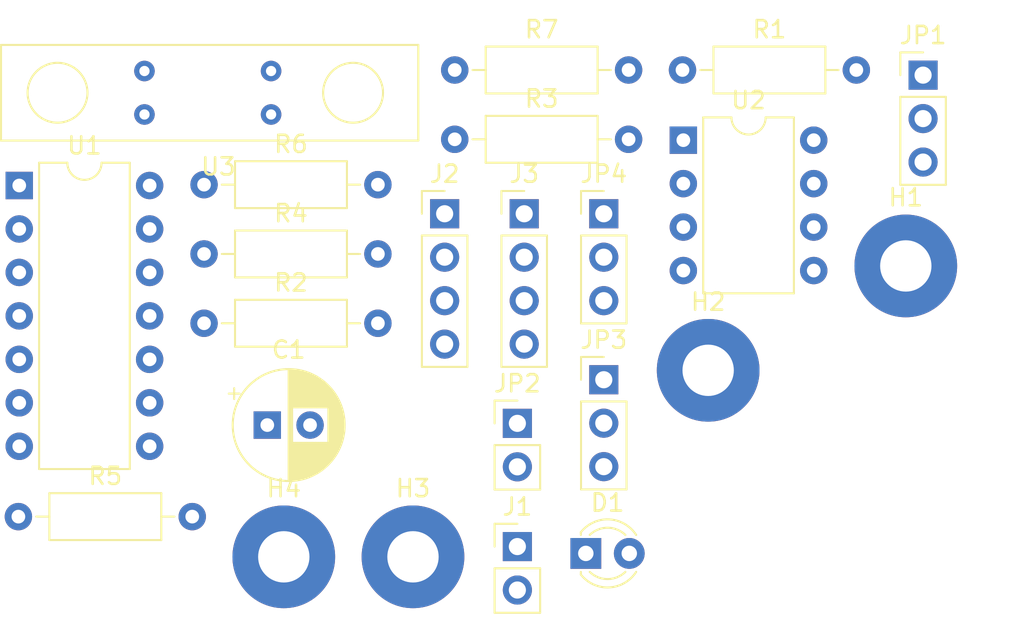
<source format=kicad_pcb>
(kicad_pcb (version 20171130) (host pcbnew 5.1.4-e60b266~84~ubuntu18.04.1)

  (general
    (thickness 1.6)
    (drawings 0)
    (tracks 0)
    (zones 0)
    (modules 23)
    (nets 24)
  )

  (page A4)
  (layers
    (0 F.Cu signal)
    (31 B.Cu signal)
    (32 B.Adhes user)
    (33 F.Adhes user)
    (34 B.Paste user)
    (35 F.Paste user)
    (36 B.SilkS user)
    (37 F.SilkS user)
    (38 B.Mask user)
    (39 F.Mask user)
    (40 Dwgs.User user)
    (41 Cmts.User user)
    (42 Eco1.User user)
    (43 Eco2.User user)
    (44 Edge.Cuts user)
    (45 Margin user)
    (46 B.CrtYd user)
    (47 F.CrtYd user)
    (48 B.Fab user)
    (49 F.Fab user)
  )

  (setup
    (last_trace_width 0.25)
    (trace_clearance 0.2)
    (zone_clearance 0.508)
    (zone_45_only no)
    (trace_min 0.2)
    (via_size 0.8)
    (via_drill 0.4)
    (via_min_size 0.4)
    (via_min_drill 0.3)
    (uvia_size 0.3)
    (uvia_drill 0.1)
    (uvias_allowed no)
    (uvia_min_size 0.2)
    (uvia_min_drill 0.1)
    (edge_width 0.05)
    (segment_width 0.2)
    (pcb_text_width 0.3)
    (pcb_text_size 1.5 1.5)
    (mod_edge_width 0.12)
    (mod_text_size 1 1)
    (mod_text_width 0.15)
    (pad_size 1.524 1.524)
    (pad_drill 0.762)
    (pad_to_mask_clearance 0.051)
    (solder_mask_min_width 0.25)
    (aux_axis_origin 0 0)
    (visible_elements FFFFFF7F)
    (pcbplotparams
      (layerselection 0x010fc_ffffffff)
      (usegerberextensions false)
      (usegerberattributes false)
      (usegerberadvancedattributes false)
      (creategerberjobfile false)
      (excludeedgelayer true)
      (linewidth 0.100000)
      (plotframeref false)
      (viasonmask false)
      (mode 1)
      (useauxorigin false)
      (hpglpennumber 1)
      (hpglpenspeed 20)
      (hpglpendiameter 15.000000)
      (psnegative false)
      (psa4output false)
      (plotreference true)
      (plotvalue true)
      (plotinvisibletext false)
      (padsonsilk false)
      (subtractmaskfromsilk false)
      (outputformat 1)
      (mirror false)
      (drillshape 1)
      (scaleselection 1)
      (outputdirectory ""))
  )

  (net 0 "")
  (net 1 "Net-(C1-Pad1)")
  (net 2 GND)
  (net 3 "Net-(D1-Pad2)")
  (net 4 VCC)
  (net 5 "Net-(J2-Pad1)")
  (net 6 "Net-(J2-Pad2)")
  (net 7 "Net-(J2-Pad3)")
  (net 8 "Net-(J2-Pad4)")
  (net 9 "Net-(J3-Pad4)")
  (net 10 "Net-(J3-Pad3)")
  (net 11 "Net-(J3-Pad2)")
  (net 12 "Net-(J3-Pad1)")
  (net 13 "Net-(JP1-Pad2)")
  (net 14 "Net-(JP1-Pad3)")
  (net 15 "Net-(JP2-Pad1)")
  (net 16 "Net-(JP2-Pad2)")
  (net 17 "Net-(JP3-Pad1)")
  (net 18 "Net-(JP3-Pad2)")
  (net 19 "Net-(JP3-Pad3)")
  (net 20 "Net-(JP4-Pad2)")
  (net 21 "Net-(R2-Pad1)")
  (net 22 "Net-(R4-Pad1)")
  (net 23 "Net-(R5-Pad1)")

  (net_class Default "This is the default net class."
    (clearance 0.2)
    (trace_width 0.25)
    (via_dia 0.8)
    (via_drill 0.4)
    (uvia_dia 0.3)
    (uvia_drill 0.1)
    (add_net GND)
    (add_net "Net-(C1-Pad1)")
    (add_net "Net-(D1-Pad2)")
    (add_net "Net-(J2-Pad1)")
    (add_net "Net-(J2-Pad2)")
    (add_net "Net-(J2-Pad3)")
    (add_net "Net-(J2-Pad4)")
    (add_net "Net-(J3-Pad1)")
    (add_net "Net-(J3-Pad2)")
    (add_net "Net-(J3-Pad3)")
    (add_net "Net-(J3-Pad4)")
    (add_net "Net-(JP1-Pad2)")
    (add_net "Net-(JP1-Pad3)")
    (add_net "Net-(JP2-Pad1)")
    (add_net "Net-(JP2-Pad2)")
    (add_net "Net-(JP3-Pad1)")
    (add_net "Net-(JP3-Pad2)")
    (add_net "Net-(JP3-Pad3)")
    (add_net "Net-(JP4-Pad2)")
    (add_net "Net-(R2-Pad1)")
    (add_net "Net-(R4-Pad1)")
    (add_net "Net-(R5-Pad1)")
    (add_net VCC)
  )

  (module Capacitor_THT:CP_Radial_D6.3mm_P2.50mm (layer F.Cu) (tedit 5AE50EF0) (tstamp 5D98549A)
    (at 97.120242 -21.224999)
    (descr "CP, Radial series, Radial, pin pitch=2.50mm, , diameter=6.3mm, Electrolytic Capacitor")
    (tags "CP Radial series Radial pin pitch 2.50mm  diameter 6.3mm Electrolytic Capacitor")
    (path /5D924896)
    (fp_text reference C1 (at 1.25 -4.4) (layer F.SilkS)
      (effects (font (size 1 1) (thickness 0.15)))
    )
    (fp_text value "100 uF" (at 1.25 4.4) (layer F.Fab)
      (effects (font (size 1 1) (thickness 0.15)))
    )
    (fp_text user %R (at 1.25 0) (layer F.Fab)
      (effects (font (size 1 1) (thickness 0.15)))
    )
    (fp_line (start -1.935241 -2.154) (end -1.935241 -1.524) (layer F.SilkS) (width 0.12))
    (fp_line (start -2.250241 -1.839) (end -1.620241 -1.839) (layer F.SilkS) (width 0.12))
    (fp_line (start 4.491 -0.402) (end 4.491 0.402) (layer F.SilkS) (width 0.12))
    (fp_line (start 4.451 -0.633) (end 4.451 0.633) (layer F.SilkS) (width 0.12))
    (fp_line (start 4.411 -0.802) (end 4.411 0.802) (layer F.SilkS) (width 0.12))
    (fp_line (start 4.371 -0.94) (end 4.371 0.94) (layer F.SilkS) (width 0.12))
    (fp_line (start 4.331 -1.059) (end 4.331 1.059) (layer F.SilkS) (width 0.12))
    (fp_line (start 4.291 -1.165) (end 4.291 1.165) (layer F.SilkS) (width 0.12))
    (fp_line (start 4.251 -1.262) (end 4.251 1.262) (layer F.SilkS) (width 0.12))
    (fp_line (start 4.211 -1.35) (end 4.211 1.35) (layer F.SilkS) (width 0.12))
    (fp_line (start 4.171 -1.432) (end 4.171 1.432) (layer F.SilkS) (width 0.12))
    (fp_line (start 4.131 -1.509) (end 4.131 1.509) (layer F.SilkS) (width 0.12))
    (fp_line (start 4.091 -1.581) (end 4.091 1.581) (layer F.SilkS) (width 0.12))
    (fp_line (start 4.051 -1.65) (end 4.051 1.65) (layer F.SilkS) (width 0.12))
    (fp_line (start 4.011 -1.714) (end 4.011 1.714) (layer F.SilkS) (width 0.12))
    (fp_line (start 3.971 -1.776) (end 3.971 1.776) (layer F.SilkS) (width 0.12))
    (fp_line (start 3.931 -1.834) (end 3.931 1.834) (layer F.SilkS) (width 0.12))
    (fp_line (start 3.891 -1.89) (end 3.891 1.89) (layer F.SilkS) (width 0.12))
    (fp_line (start 3.851 -1.944) (end 3.851 1.944) (layer F.SilkS) (width 0.12))
    (fp_line (start 3.811 -1.995) (end 3.811 1.995) (layer F.SilkS) (width 0.12))
    (fp_line (start 3.771 -2.044) (end 3.771 2.044) (layer F.SilkS) (width 0.12))
    (fp_line (start 3.731 -2.092) (end 3.731 2.092) (layer F.SilkS) (width 0.12))
    (fp_line (start 3.691 -2.137) (end 3.691 2.137) (layer F.SilkS) (width 0.12))
    (fp_line (start 3.651 -2.182) (end 3.651 2.182) (layer F.SilkS) (width 0.12))
    (fp_line (start 3.611 -2.224) (end 3.611 2.224) (layer F.SilkS) (width 0.12))
    (fp_line (start 3.571 -2.265) (end 3.571 2.265) (layer F.SilkS) (width 0.12))
    (fp_line (start 3.531 1.04) (end 3.531 2.305) (layer F.SilkS) (width 0.12))
    (fp_line (start 3.531 -2.305) (end 3.531 -1.04) (layer F.SilkS) (width 0.12))
    (fp_line (start 3.491 1.04) (end 3.491 2.343) (layer F.SilkS) (width 0.12))
    (fp_line (start 3.491 -2.343) (end 3.491 -1.04) (layer F.SilkS) (width 0.12))
    (fp_line (start 3.451 1.04) (end 3.451 2.38) (layer F.SilkS) (width 0.12))
    (fp_line (start 3.451 -2.38) (end 3.451 -1.04) (layer F.SilkS) (width 0.12))
    (fp_line (start 3.411 1.04) (end 3.411 2.416) (layer F.SilkS) (width 0.12))
    (fp_line (start 3.411 -2.416) (end 3.411 -1.04) (layer F.SilkS) (width 0.12))
    (fp_line (start 3.371 1.04) (end 3.371 2.45) (layer F.SilkS) (width 0.12))
    (fp_line (start 3.371 -2.45) (end 3.371 -1.04) (layer F.SilkS) (width 0.12))
    (fp_line (start 3.331 1.04) (end 3.331 2.484) (layer F.SilkS) (width 0.12))
    (fp_line (start 3.331 -2.484) (end 3.331 -1.04) (layer F.SilkS) (width 0.12))
    (fp_line (start 3.291 1.04) (end 3.291 2.516) (layer F.SilkS) (width 0.12))
    (fp_line (start 3.291 -2.516) (end 3.291 -1.04) (layer F.SilkS) (width 0.12))
    (fp_line (start 3.251 1.04) (end 3.251 2.548) (layer F.SilkS) (width 0.12))
    (fp_line (start 3.251 -2.548) (end 3.251 -1.04) (layer F.SilkS) (width 0.12))
    (fp_line (start 3.211 1.04) (end 3.211 2.578) (layer F.SilkS) (width 0.12))
    (fp_line (start 3.211 -2.578) (end 3.211 -1.04) (layer F.SilkS) (width 0.12))
    (fp_line (start 3.171 1.04) (end 3.171 2.607) (layer F.SilkS) (width 0.12))
    (fp_line (start 3.171 -2.607) (end 3.171 -1.04) (layer F.SilkS) (width 0.12))
    (fp_line (start 3.131 1.04) (end 3.131 2.636) (layer F.SilkS) (width 0.12))
    (fp_line (start 3.131 -2.636) (end 3.131 -1.04) (layer F.SilkS) (width 0.12))
    (fp_line (start 3.091 1.04) (end 3.091 2.664) (layer F.SilkS) (width 0.12))
    (fp_line (start 3.091 -2.664) (end 3.091 -1.04) (layer F.SilkS) (width 0.12))
    (fp_line (start 3.051 1.04) (end 3.051 2.69) (layer F.SilkS) (width 0.12))
    (fp_line (start 3.051 -2.69) (end 3.051 -1.04) (layer F.SilkS) (width 0.12))
    (fp_line (start 3.011 1.04) (end 3.011 2.716) (layer F.SilkS) (width 0.12))
    (fp_line (start 3.011 -2.716) (end 3.011 -1.04) (layer F.SilkS) (width 0.12))
    (fp_line (start 2.971 1.04) (end 2.971 2.742) (layer F.SilkS) (width 0.12))
    (fp_line (start 2.971 -2.742) (end 2.971 -1.04) (layer F.SilkS) (width 0.12))
    (fp_line (start 2.931 1.04) (end 2.931 2.766) (layer F.SilkS) (width 0.12))
    (fp_line (start 2.931 -2.766) (end 2.931 -1.04) (layer F.SilkS) (width 0.12))
    (fp_line (start 2.891 1.04) (end 2.891 2.79) (layer F.SilkS) (width 0.12))
    (fp_line (start 2.891 -2.79) (end 2.891 -1.04) (layer F.SilkS) (width 0.12))
    (fp_line (start 2.851 1.04) (end 2.851 2.812) (layer F.SilkS) (width 0.12))
    (fp_line (start 2.851 -2.812) (end 2.851 -1.04) (layer F.SilkS) (width 0.12))
    (fp_line (start 2.811 1.04) (end 2.811 2.834) (layer F.SilkS) (width 0.12))
    (fp_line (start 2.811 -2.834) (end 2.811 -1.04) (layer F.SilkS) (width 0.12))
    (fp_line (start 2.771 1.04) (end 2.771 2.856) (layer F.SilkS) (width 0.12))
    (fp_line (start 2.771 -2.856) (end 2.771 -1.04) (layer F.SilkS) (width 0.12))
    (fp_line (start 2.731 1.04) (end 2.731 2.876) (layer F.SilkS) (width 0.12))
    (fp_line (start 2.731 -2.876) (end 2.731 -1.04) (layer F.SilkS) (width 0.12))
    (fp_line (start 2.691 1.04) (end 2.691 2.896) (layer F.SilkS) (width 0.12))
    (fp_line (start 2.691 -2.896) (end 2.691 -1.04) (layer F.SilkS) (width 0.12))
    (fp_line (start 2.651 1.04) (end 2.651 2.916) (layer F.SilkS) (width 0.12))
    (fp_line (start 2.651 -2.916) (end 2.651 -1.04) (layer F.SilkS) (width 0.12))
    (fp_line (start 2.611 1.04) (end 2.611 2.934) (layer F.SilkS) (width 0.12))
    (fp_line (start 2.611 -2.934) (end 2.611 -1.04) (layer F.SilkS) (width 0.12))
    (fp_line (start 2.571 1.04) (end 2.571 2.952) (layer F.SilkS) (width 0.12))
    (fp_line (start 2.571 -2.952) (end 2.571 -1.04) (layer F.SilkS) (width 0.12))
    (fp_line (start 2.531 1.04) (end 2.531 2.97) (layer F.SilkS) (width 0.12))
    (fp_line (start 2.531 -2.97) (end 2.531 -1.04) (layer F.SilkS) (width 0.12))
    (fp_line (start 2.491 1.04) (end 2.491 2.986) (layer F.SilkS) (width 0.12))
    (fp_line (start 2.491 -2.986) (end 2.491 -1.04) (layer F.SilkS) (width 0.12))
    (fp_line (start 2.451 1.04) (end 2.451 3.002) (layer F.SilkS) (width 0.12))
    (fp_line (start 2.451 -3.002) (end 2.451 -1.04) (layer F.SilkS) (width 0.12))
    (fp_line (start 2.411 1.04) (end 2.411 3.018) (layer F.SilkS) (width 0.12))
    (fp_line (start 2.411 -3.018) (end 2.411 -1.04) (layer F.SilkS) (width 0.12))
    (fp_line (start 2.371 1.04) (end 2.371 3.033) (layer F.SilkS) (width 0.12))
    (fp_line (start 2.371 -3.033) (end 2.371 -1.04) (layer F.SilkS) (width 0.12))
    (fp_line (start 2.331 1.04) (end 2.331 3.047) (layer F.SilkS) (width 0.12))
    (fp_line (start 2.331 -3.047) (end 2.331 -1.04) (layer F.SilkS) (width 0.12))
    (fp_line (start 2.291 1.04) (end 2.291 3.061) (layer F.SilkS) (width 0.12))
    (fp_line (start 2.291 -3.061) (end 2.291 -1.04) (layer F.SilkS) (width 0.12))
    (fp_line (start 2.251 1.04) (end 2.251 3.074) (layer F.SilkS) (width 0.12))
    (fp_line (start 2.251 -3.074) (end 2.251 -1.04) (layer F.SilkS) (width 0.12))
    (fp_line (start 2.211 1.04) (end 2.211 3.086) (layer F.SilkS) (width 0.12))
    (fp_line (start 2.211 -3.086) (end 2.211 -1.04) (layer F.SilkS) (width 0.12))
    (fp_line (start 2.171 1.04) (end 2.171 3.098) (layer F.SilkS) (width 0.12))
    (fp_line (start 2.171 -3.098) (end 2.171 -1.04) (layer F.SilkS) (width 0.12))
    (fp_line (start 2.131 1.04) (end 2.131 3.11) (layer F.SilkS) (width 0.12))
    (fp_line (start 2.131 -3.11) (end 2.131 -1.04) (layer F.SilkS) (width 0.12))
    (fp_line (start 2.091 1.04) (end 2.091 3.121) (layer F.SilkS) (width 0.12))
    (fp_line (start 2.091 -3.121) (end 2.091 -1.04) (layer F.SilkS) (width 0.12))
    (fp_line (start 2.051 1.04) (end 2.051 3.131) (layer F.SilkS) (width 0.12))
    (fp_line (start 2.051 -3.131) (end 2.051 -1.04) (layer F.SilkS) (width 0.12))
    (fp_line (start 2.011 1.04) (end 2.011 3.141) (layer F.SilkS) (width 0.12))
    (fp_line (start 2.011 -3.141) (end 2.011 -1.04) (layer F.SilkS) (width 0.12))
    (fp_line (start 1.971 1.04) (end 1.971 3.15) (layer F.SilkS) (width 0.12))
    (fp_line (start 1.971 -3.15) (end 1.971 -1.04) (layer F.SilkS) (width 0.12))
    (fp_line (start 1.93 1.04) (end 1.93 3.159) (layer F.SilkS) (width 0.12))
    (fp_line (start 1.93 -3.159) (end 1.93 -1.04) (layer F.SilkS) (width 0.12))
    (fp_line (start 1.89 1.04) (end 1.89 3.167) (layer F.SilkS) (width 0.12))
    (fp_line (start 1.89 -3.167) (end 1.89 -1.04) (layer F.SilkS) (width 0.12))
    (fp_line (start 1.85 1.04) (end 1.85 3.175) (layer F.SilkS) (width 0.12))
    (fp_line (start 1.85 -3.175) (end 1.85 -1.04) (layer F.SilkS) (width 0.12))
    (fp_line (start 1.81 1.04) (end 1.81 3.182) (layer F.SilkS) (width 0.12))
    (fp_line (start 1.81 -3.182) (end 1.81 -1.04) (layer F.SilkS) (width 0.12))
    (fp_line (start 1.77 1.04) (end 1.77 3.189) (layer F.SilkS) (width 0.12))
    (fp_line (start 1.77 -3.189) (end 1.77 -1.04) (layer F.SilkS) (width 0.12))
    (fp_line (start 1.73 1.04) (end 1.73 3.195) (layer F.SilkS) (width 0.12))
    (fp_line (start 1.73 -3.195) (end 1.73 -1.04) (layer F.SilkS) (width 0.12))
    (fp_line (start 1.69 1.04) (end 1.69 3.201) (layer F.SilkS) (width 0.12))
    (fp_line (start 1.69 -3.201) (end 1.69 -1.04) (layer F.SilkS) (width 0.12))
    (fp_line (start 1.65 1.04) (end 1.65 3.206) (layer F.SilkS) (width 0.12))
    (fp_line (start 1.65 -3.206) (end 1.65 -1.04) (layer F.SilkS) (width 0.12))
    (fp_line (start 1.61 1.04) (end 1.61 3.211) (layer F.SilkS) (width 0.12))
    (fp_line (start 1.61 -3.211) (end 1.61 -1.04) (layer F.SilkS) (width 0.12))
    (fp_line (start 1.57 1.04) (end 1.57 3.215) (layer F.SilkS) (width 0.12))
    (fp_line (start 1.57 -3.215) (end 1.57 -1.04) (layer F.SilkS) (width 0.12))
    (fp_line (start 1.53 1.04) (end 1.53 3.218) (layer F.SilkS) (width 0.12))
    (fp_line (start 1.53 -3.218) (end 1.53 -1.04) (layer F.SilkS) (width 0.12))
    (fp_line (start 1.49 1.04) (end 1.49 3.222) (layer F.SilkS) (width 0.12))
    (fp_line (start 1.49 -3.222) (end 1.49 -1.04) (layer F.SilkS) (width 0.12))
    (fp_line (start 1.45 -3.224) (end 1.45 3.224) (layer F.SilkS) (width 0.12))
    (fp_line (start 1.41 -3.227) (end 1.41 3.227) (layer F.SilkS) (width 0.12))
    (fp_line (start 1.37 -3.228) (end 1.37 3.228) (layer F.SilkS) (width 0.12))
    (fp_line (start 1.33 -3.23) (end 1.33 3.23) (layer F.SilkS) (width 0.12))
    (fp_line (start 1.29 -3.23) (end 1.29 3.23) (layer F.SilkS) (width 0.12))
    (fp_line (start 1.25 -3.23) (end 1.25 3.23) (layer F.SilkS) (width 0.12))
    (fp_line (start -1.128972 -1.6885) (end -1.128972 -1.0585) (layer F.Fab) (width 0.1))
    (fp_line (start -1.443972 -1.3735) (end -0.813972 -1.3735) (layer F.Fab) (width 0.1))
    (fp_circle (center 1.25 0) (end 4.65 0) (layer F.CrtYd) (width 0.05))
    (fp_circle (center 1.25 0) (end 4.52 0) (layer F.SilkS) (width 0.12))
    (fp_circle (center 1.25 0) (end 4.4 0) (layer F.Fab) (width 0.1))
    (pad 2 thru_hole circle (at 2.5 0) (size 1.6 1.6) (drill 0.8) (layers *.Cu *.Mask)
      (net 2 GND))
    (pad 1 thru_hole rect (at 0 0) (size 1.6 1.6) (drill 0.8) (layers *.Cu *.Mask)
      (net 1 "Net-(C1-Pad1)"))
    (model ${KISYS3DMOD}/Capacitor_THT.3dshapes/CP_Radial_D6.3mm_P2.50mm.wrl
      (at (xyz 0 0 0))
      (scale (xyz 1 1 1))
      (rotate (xyz 0 0 0))
    )
  )

  (module LED_THT:LED_D3.0mm (layer F.Cu) (tedit 587A3A7B) (tstamp 5D9854AD)
    (at 115.735001 -13.724999)
    (descr "LED, diameter 3.0mm, 2 pins")
    (tags "LED diameter 3.0mm 2 pins")
    (path /5DA0802A)
    (fp_text reference D1 (at 1.27 -2.96) (layer F.SilkS)
      (effects (font (size 1 1) (thickness 0.15)))
    )
    (fp_text value LED_PWR (at 1.27 2.96) (layer F.Fab)
      (effects (font (size 1 1) (thickness 0.15)))
    )
    (fp_line (start 3.7 -2.25) (end -1.15 -2.25) (layer F.CrtYd) (width 0.05))
    (fp_line (start 3.7 2.25) (end 3.7 -2.25) (layer F.CrtYd) (width 0.05))
    (fp_line (start -1.15 2.25) (end 3.7 2.25) (layer F.CrtYd) (width 0.05))
    (fp_line (start -1.15 -2.25) (end -1.15 2.25) (layer F.CrtYd) (width 0.05))
    (fp_line (start -0.29 1.08) (end -0.29 1.236) (layer F.SilkS) (width 0.12))
    (fp_line (start -0.29 -1.236) (end -0.29 -1.08) (layer F.SilkS) (width 0.12))
    (fp_line (start -0.23 -1.16619) (end -0.23 1.16619) (layer F.Fab) (width 0.1))
    (fp_circle (center 1.27 0) (end 2.77 0) (layer F.Fab) (width 0.1))
    (fp_arc (start 1.27 0) (end 0.229039 1.08) (angle -87.9) (layer F.SilkS) (width 0.12))
    (fp_arc (start 1.27 0) (end 0.229039 -1.08) (angle 87.9) (layer F.SilkS) (width 0.12))
    (fp_arc (start 1.27 0) (end -0.29 1.235516) (angle -108.8) (layer F.SilkS) (width 0.12))
    (fp_arc (start 1.27 0) (end -0.29 -1.235516) (angle 108.8) (layer F.SilkS) (width 0.12))
    (fp_arc (start 1.27 0) (end -0.23 -1.16619) (angle 284.3) (layer F.Fab) (width 0.1))
    (pad 2 thru_hole circle (at 2.54 0) (size 1.8 1.8) (drill 0.9) (layers *.Cu *.Mask)
      (net 3 "Net-(D1-Pad2)"))
    (pad 1 thru_hole rect (at 0 0) (size 1.8 1.8) (drill 0.9) (layers *.Cu *.Mask)
      (net 2 GND))
    (model ${KISYS3DMOD}/LED_THT.3dshapes/LED_D3.0mm.wrl
      (at (xyz 0 0 0))
      (scale (xyz 1 1 1))
      (rotate (xyz 0 0 0))
    )
  )

  (module MountingHole:MountingHole_3mm_Pad (layer F.Cu) (tedit 56D1B4CB) (tstamp 5D9854B5)
    (at 134.435001 -30.524999)
    (descr "Mounting Hole 3mm")
    (tags "mounting hole 3mm")
    (path /5D9514F7)
    (attr virtual)
    (fp_text reference H1 (at 0 -4) (layer F.SilkS)
      (effects (font (size 1 1) (thickness 0.15)))
    )
    (fp_text value MountingHole (at 0 4) (layer F.Fab)
      (effects (font (size 1 1) (thickness 0.15)))
    )
    (fp_text user %R (at 0.3 0) (layer F.Fab)
      (effects (font (size 1 1) (thickness 0.15)))
    )
    (fp_circle (center 0 0) (end 3 0) (layer Cmts.User) (width 0.15))
    (fp_circle (center 0 0) (end 3.25 0) (layer F.CrtYd) (width 0.05))
    (pad 1 thru_hole circle (at 0 0) (size 6 6) (drill 3) (layers *.Cu *.Mask))
  )

  (module MountingHole:MountingHole_3mm_Pad (layer F.Cu) (tedit 56D1B4CB) (tstamp 5D9854BD)
    (at 122.885001 -24.424999)
    (descr "Mounting Hole 3mm")
    (tags "mounting hole 3mm")
    (path /5D94F919)
    (attr virtual)
    (fp_text reference H2 (at 0 -4) (layer F.SilkS)
      (effects (font (size 1 1) (thickness 0.15)))
    )
    (fp_text value MountingHole (at 0 4) (layer F.Fab)
      (effects (font (size 1 1) (thickness 0.15)))
    )
    (fp_text user %R (at 0.3 0) (layer F.Fab)
      (effects (font (size 1 1) (thickness 0.15)))
    )
    (fp_circle (center 0 0) (end 3 0) (layer Cmts.User) (width 0.15))
    (fp_circle (center 0 0) (end 3.25 0) (layer F.CrtYd) (width 0.05))
    (pad 1 thru_hole circle (at 0 0) (size 6 6) (drill 3) (layers *.Cu *.Mask))
  )

  (module MountingHole:MountingHole_3mm_Pad (layer F.Cu) (tedit 56D1B4CB) (tstamp 5D9854C5)
    (at 105.635001 -13.524999)
    (descr "Mounting Hole 3mm")
    (tags "mounting hole 3mm")
    (path /5D9502BB)
    (attr virtual)
    (fp_text reference H3 (at 0 -4) (layer F.SilkS)
      (effects (font (size 1 1) (thickness 0.15)))
    )
    (fp_text value MountingHole (at 0 4) (layer F.Fab)
      (effects (font (size 1 1) (thickness 0.15)))
    )
    (fp_circle (center 0 0) (end 3.25 0) (layer F.CrtYd) (width 0.05))
    (fp_circle (center 0 0) (end 3 0) (layer Cmts.User) (width 0.15))
    (fp_text user %R (at 0.3 0) (layer F.Fab)
      (effects (font (size 1 1) (thickness 0.15)))
    )
    (pad 1 thru_hole circle (at 0 0) (size 6 6) (drill 3) (layers *.Cu *.Mask))
  )

  (module MountingHole:MountingHole_3mm_Pad (layer F.Cu) (tedit 56D1B4CB) (tstamp 5D9854CD)
    (at 98.085001 -13.524999)
    (descr "Mounting Hole 3mm")
    (tags "mounting hole 3mm")
    (path /5D950B6C)
    (attr virtual)
    (fp_text reference H4 (at 0 -4) (layer F.SilkS)
      (effects (font (size 1 1) (thickness 0.15)))
    )
    (fp_text value MountingHole (at 0 4) (layer F.Fab)
      (effects (font (size 1 1) (thickness 0.15)))
    )
    (fp_circle (center 0 0) (end 3.25 0) (layer F.CrtYd) (width 0.05))
    (fp_circle (center 0 0) (end 3 0) (layer Cmts.User) (width 0.15))
    (fp_text user %R (at 0.3 0) (layer F.Fab)
      (effects (font (size 1 1) (thickness 0.15)))
    )
    (pad 1 thru_hole circle (at 0 0) (size 6 6) (drill 3) (layers *.Cu *.Mask))
  )

  (module Connector_PinHeader_2.54mm:PinHeader_1x02_P2.54mm_Vertical (layer F.Cu) (tedit 59FED5CC) (tstamp 5D9854E3)
    (at 111.735001 -14.124999)
    (descr "Through hole straight pin header, 1x02, 2.54mm pitch, single row")
    (tags "Through hole pin header THT 1x02 2.54mm single row")
    (path /5D91512F)
    (fp_text reference J1 (at 0 -2.33) (layer F.SilkS)
      (effects (font (size 1 1) (thickness 0.15)))
    )
    (fp_text value Conn_01x02 (at 0 4.87) (layer F.Fab)
      (effects (font (size 1 1) (thickness 0.15)))
    )
    (fp_line (start -0.635 -1.27) (end 1.27 -1.27) (layer F.Fab) (width 0.1))
    (fp_line (start 1.27 -1.27) (end 1.27 3.81) (layer F.Fab) (width 0.1))
    (fp_line (start 1.27 3.81) (end -1.27 3.81) (layer F.Fab) (width 0.1))
    (fp_line (start -1.27 3.81) (end -1.27 -0.635) (layer F.Fab) (width 0.1))
    (fp_line (start -1.27 -0.635) (end -0.635 -1.27) (layer F.Fab) (width 0.1))
    (fp_line (start -1.33 3.87) (end 1.33 3.87) (layer F.SilkS) (width 0.12))
    (fp_line (start -1.33 1.27) (end -1.33 3.87) (layer F.SilkS) (width 0.12))
    (fp_line (start 1.33 1.27) (end 1.33 3.87) (layer F.SilkS) (width 0.12))
    (fp_line (start -1.33 1.27) (end 1.33 1.27) (layer F.SilkS) (width 0.12))
    (fp_line (start -1.33 0) (end -1.33 -1.33) (layer F.SilkS) (width 0.12))
    (fp_line (start -1.33 -1.33) (end 0 -1.33) (layer F.SilkS) (width 0.12))
    (fp_line (start -1.8 -1.8) (end -1.8 4.35) (layer F.CrtYd) (width 0.05))
    (fp_line (start -1.8 4.35) (end 1.8 4.35) (layer F.CrtYd) (width 0.05))
    (fp_line (start 1.8 4.35) (end 1.8 -1.8) (layer F.CrtYd) (width 0.05))
    (fp_line (start 1.8 -1.8) (end -1.8 -1.8) (layer F.CrtYd) (width 0.05))
    (fp_text user %R (at 0 1.27 90) (layer F.Fab)
      (effects (font (size 1 1) (thickness 0.15)))
    )
    (pad 1 thru_hole rect (at 0 0) (size 1.7 1.7) (drill 1) (layers *.Cu *.Mask)
      (net 4 VCC))
    (pad 2 thru_hole oval (at 0 2.54) (size 1.7 1.7) (drill 1) (layers *.Cu *.Mask)
      (net 2 GND))
    (model ${KISYS3DMOD}/Connector_PinHeader_2.54mm.3dshapes/PinHeader_1x02_P2.54mm_Vertical.wrl
      (at (xyz 0 0 0))
      (scale (xyz 1 1 1))
      (rotate (xyz 0 0 0))
    )
  )

  (module Connector_PinHeader_2.54mm:PinHeader_1x04_P2.54mm_Vertical (layer F.Cu) (tedit 59FED5CC) (tstamp 5D9854FB)
    (at 107.485001 -33.574999)
    (descr "Through hole straight pin header, 1x04, 2.54mm pitch, single row")
    (tags "Through hole pin header THT 1x04 2.54mm single row")
    (path /5DAC3493)
    (fp_text reference J2 (at 0 -2.33) (layer F.SilkS)
      (effects (font (size 1 1) (thickness 0.15)))
    )
    (fp_text value Conn_01x04 (at 0 9.95) (layer F.Fab)
      (effects (font (size 1 1) (thickness 0.15)))
    )
    (fp_text user %R (at 0 3.81 90) (layer F.Fab)
      (effects (font (size 1 1) (thickness 0.15)))
    )
    (fp_line (start 1.8 -1.8) (end -1.8 -1.8) (layer F.CrtYd) (width 0.05))
    (fp_line (start 1.8 9.4) (end 1.8 -1.8) (layer F.CrtYd) (width 0.05))
    (fp_line (start -1.8 9.4) (end 1.8 9.4) (layer F.CrtYd) (width 0.05))
    (fp_line (start -1.8 -1.8) (end -1.8 9.4) (layer F.CrtYd) (width 0.05))
    (fp_line (start -1.33 -1.33) (end 0 -1.33) (layer F.SilkS) (width 0.12))
    (fp_line (start -1.33 0) (end -1.33 -1.33) (layer F.SilkS) (width 0.12))
    (fp_line (start -1.33 1.27) (end 1.33 1.27) (layer F.SilkS) (width 0.12))
    (fp_line (start 1.33 1.27) (end 1.33 8.95) (layer F.SilkS) (width 0.12))
    (fp_line (start -1.33 1.27) (end -1.33 8.95) (layer F.SilkS) (width 0.12))
    (fp_line (start -1.33 8.95) (end 1.33 8.95) (layer F.SilkS) (width 0.12))
    (fp_line (start -1.27 -0.635) (end -0.635 -1.27) (layer F.Fab) (width 0.1))
    (fp_line (start -1.27 8.89) (end -1.27 -0.635) (layer F.Fab) (width 0.1))
    (fp_line (start 1.27 8.89) (end -1.27 8.89) (layer F.Fab) (width 0.1))
    (fp_line (start 1.27 -1.27) (end 1.27 8.89) (layer F.Fab) (width 0.1))
    (fp_line (start -0.635 -1.27) (end 1.27 -1.27) (layer F.Fab) (width 0.1))
    (pad 4 thru_hole oval (at 0 7.62) (size 1.7 1.7) (drill 1) (layers *.Cu *.Mask)
      (net 8 "Net-(J2-Pad4)"))
    (pad 3 thru_hole oval (at 0 5.08) (size 1.7 1.7) (drill 1) (layers *.Cu *.Mask)
      (net 7 "Net-(J2-Pad3)"))
    (pad 2 thru_hole oval (at 0 2.54) (size 1.7 1.7) (drill 1) (layers *.Cu *.Mask)
      (net 6 "Net-(J2-Pad2)"))
    (pad 1 thru_hole rect (at 0 0) (size 1.7 1.7) (drill 1) (layers *.Cu *.Mask)
      (net 5 "Net-(J2-Pad1)"))
    (model ${KISYS3DMOD}/Connector_PinHeader_2.54mm.3dshapes/PinHeader_1x04_P2.54mm_Vertical.wrl
      (at (xyz 0 0 0))
      (scale (xyz 1 1 1))
      (rotate (xyz 0 0 0))
    )
  )

  (module Connector_PinHeader_2.54mm:PinHeader_1x04_P2.54mm_Vertical (layer F.Cu) (tedit 59FED5CC) (tstamp 5D985513)
    (at 112.135001 -33.574999)
    (descr "Through hole straight pin header, 1x04, 2.54mm pitch, single row")
    (tags "Through hole pin header THT 1x04 2.54mm single row")
    (path /5DC0134A)
    (fp_text reference J3 (at 0 -2.33) (layer F.SilkS)
      (effects (font (size 1 1) (thickness 0.15)))
    )
    (fp_text value Conn_01x04 (at 0 9.95) (layer F.Fab)
      (effects (font (size 1 1) (thickness 0.15)))
    )
    (fp_line (start -0.635 -1.27) (end 1.27 -1.27) (layer F.Fab) (width 0.1))
    (fp_line (start 1.27 -1.27) (end 1.27 8.89) (layer F.Fab) (width 0.1))
    (fp_line (start 1.27 8.89) (end -1.27 8.89) (layer F.Fab) (width 0.1))
    (fp_line (start -1.27 8.89) (end -1.27 -0.635) (layer F.Fab) (width 0.1))
    (fp_line (start -1.27 -0.635) (end -0.635 -1.27) (layer F.Fab) (width 0.1))
    (fp_line (start -1.33 8.95) (end 1.33 8.95) (layer F.SilkS) (width 0.12))
    (fp_line (start -1.33 1.27) (end -1.33 8.95) (layer F.SilkS) (width 0.12))
    (fp_line (start 1.33 1.27) (end 1.33 8.95) (layer F.SilkS) (width 0.12))
    (fp_line (start -1.33 1.27) (end 1.33 1.27) (layer F.SilkS) (width 0.12))
    (fp_line (start -1.33 0) (end -1.33 -1.33) (layer F.SilkS) (width 0.12))
    (fp_line (start -1.33 -1.33) (end 0 -1.33) (layer F.SilkS) (width 0.12))
    (fp_line (start -1.8 -1.8) (end -1.8 9.4) (layer F.CrtYd) (width 0.05))
    (fp_line (start -1.8 9.4) (end 1.8 9.4) (layer F.CrtYd) (width 0.05))
    (fp_line (start 1.8 9.4) (end 1.8 -1.8) (layer F.CrtYd) (width 0.05))
    (fp_line (start 1.8 -1.8) (end -1.8 -1.8) (layer F.CrtYd) (width 0.05))
    (fp_text user %R (at 0 3.81 90) (layer F.Fab)
      (effects (font (size 1 1) (thickness 0.15)))
    )
    (pad 1 thru_hole rect (at 0 0) (size 1.7 1.7) (drill 1) (layers *.Cu *.Mask)
      (net 12 "Net-(J3-Pad1)"))
    (pad 2 thru_hole oval (at 0 2.54) (size 1.7 1.7) (drill 1) (layers *.Cu *.Mask)
      (net 11 "Net-(J3-Pad2)"))
    (pad 3 thru_hole oval (at 0 5.08) (size 1.7 1.7) (drill 1) (layers *.Cu *.Mask)
      (net 10 "Net-(J3-Pad3)"))
    (pad 4 thru_hole oval (at 0 7.62) (size 1.7 1.7) (drill 1) (layers *.Cu *.Mask)
      (net 9 "Net-(J3-Pad4)"))
    (model ${KISYS3DMOD}/Connector_PinHeader_2.54mm.3dshapes/PinHeader_1x04_P2.54mm_Vertical.wrl
      (at (xyz 0 0 0))
      (scale (xyz 1 1 1))
      (rotate (xyz 0 0 0))
    )
  )

  (module Connector_PinHeader_2.54mm:PinHeader_1x03_P2.54mm_Vertical (layer F.Cu) (tedit 59FED5CC) (tstamp 5D98552A)
    (at 135.445001 -41.674999)
    (descr "Through hole straight pin header, 1x03, 2.54mm pitch, single row")
    (tags "Through hole pin header THT 1x03 2.54mm single row")
    (path /5DAD6F54)
    (fp_text reference JP1 (at 0 -2.33) (layer F.SilkS)
      (effects (font (size 1 1) (thickness 0.15)))
    )
    (fp_text value Jumper_3_Open (at 0 7.41) (layer F.Fab)
      (effects (font (size 1 1) (thickness 0.15)))
    )
    (fp_text user %R (at 0 2.54 90) (layer F.Fab)
      (effects (font (size 1 1) (thickness 0.15)))
    )
    (fp_line (start 1.8 -1.8) (end -1.8 -1.8) (layer F.CrtYd) (width 0.05))
    (fp_line (start 1.8 6.85) (end 1.8 -1.8) (layer F.CrtYd) (width 0.05))
    (fp_line (start -1.8 6.85) (end 1.8 6.85) (layer F.CrtYd) (width 0.05))
    (fp_line (start -1.8 -1.8) (end -1.8 6.85) (layer F.CrtYd) (width 0.05))
    (fp_line (start -1.33 -1.33) (end 0 -1.33) (layer F.SilkS) (width 0.12))
    (fp_line (start -1.33 0) (end -1.33 -1.33) (layer F.SilkS) (width 0.12))
    (fp_line (start -1.33 1.27) (end 1.33 1.27) (layer F.SilkS) (width 0.12))
    (fp_line (start 1.33 1.27) (end 1.33 6.41) (layer F.SilkS) (width 0.12))
    (fp_line (start -1.33 1.27) (end -1.33 6.41) (layer F.SilkS) (width 0.12))
    (fp_line (start -1.33 6.41) (end 1.33 6.41) (layer F.SilkS) (width 0.12))
    (fp_line (start -1.27 -0.635) (end -0.635 -1.27) (layer F.Fab) (width 0.1))
    (fp_line (start -1.27 6.35) (end -1.27 -0.635) (layer F.Fab) (width 0.1))
    (fp_line (start 1.27 6.35) (end -1.27 6.35) (layer F.Fab) (width 0.1))
    (fp_line (start 1.27 -1.27) (end 1.27 6.35) (layer F.Fab) (width 0.1))
    (fp_line (start -0.635 -1.27) (end 1.27 -1.27) (layer F.Fab) (width 0.1))
    (pad 3 thru_hole oval (at 0 5.08) (size 1.7 1.7) (drill 1) (layers *.Cu *.Mask)
      (net 14 "Net-(JP1-Pad3)"))
    (pad 2 thru_hole oval (at 0 2.54) (size 1.7 1.7) (drill 1) (layers *.Cu *.Mask)
      (net 13 "Net-(JP1-Pad2)"))
    (pad 1 thru_hole rect (at 0 0) (size 1.7 1.7) (drill 1) (layers *.Cu *.Mask)
      (net 6 "Net-(J2-Pad2)"))
    (model ${KISYS3DMOD}/Connector_PinHeader_2.54mm.3dshapes/PinHeader_1x03_P2.54mm_Vertical.wrl
      (at (xyz 0 0 0))
      (scale (xyz 1 1 1))
      (rotate (xyz 0 0 0))
    )
  )

  (module Connector_PinHeader_2.54mm:PinHeader_1x02_P2.54mm_Vertical (layer F.Cu) (tedit 59FED5CC) (tstamp 5D985540)
    (at 111.735001 -21.324999)
    (descr "Through hole straight pin header, 1x02, 2.54mm pitch, single row")
    (tags "Through hole pin header THT 1x02 2.54mm single row")
    (path /5DB88CCD)
    (fp_text reference JP2 (at 0 -2.33) (layer F.SilkS)
      (effects (font (size 1 1) (thickness 0.15)))
    )
    (fp_text value Jumper_2_Open (at 0 4.87) (layer F.Fab)
      (effects (font (size 1 1) (thickness 0.15)))
    )
    (fp_text user %R (at 0 1.27 90) (layer F.Fab)
      (effects (font (size 1 1) (thickness 0.15)))
    )
    (fp_line (start 1.8 -1.8) (end -1.8 -1.8) (layer F.CrtYd) (width 0.05))
    (fp_line (start 1.8 4.35) (end 1.8 -1.8) (layer F.CrtYd) (width 0.05))
    (fp_line (start -1.8 4.35) (end 1.8 4.35) (layer F.CrtYd) (width 0.05))
    (fp_line (start -1.8 -1.8) (end -1.8 4.35) (layer F.CrtYd) (width 0.05))
    (fp_line (start -1.33 -1.33) (end 0 -1.33) (layer F.SilkS) (width 0.12))
    (fp_line (start -1.33 0) (end -1.33 -1.33) (layer F.SilkS) (width 0.12))
    (fp_line (start -1.33 1.27) (end 1.33 1.27) (layer F.SilkS) (width 0.12))
    (fp_line (start 1.33 1.27) (end 1.33 3.87) (layer F.SilkS) (width 0.12))
    (fp_line (start -1.33 1.27) (end -1.33 3.87) (layer F.SilkS) (width 0.12))
    (fp_line (start -1.33 3.87) (end 1.33 3.87) (layer F.SilkS) (width 0.12))
    (fp_line (start -1.27 -0.635) (end -0.635 -1.27) (layer F.Fab) (width 0.1))
    (fp_line (start -1.27 3.81) (end -1.27 -0.635) (layer F.Fab) (width 0.1))
    (fp_line (start 1.27 3.81) (end -1.27 3.81) (layer F.Fab) (width 0.1))
    (fp_line (start 1.27 -1.27) (end 1.27 3.81) (layer F.Fab) (width 0.1))
    (fp_line (start -0.635 -1.27) (end 1.27 -1.27) (layer F.Fab) (width 0.1))
    (pad 2 thru_hole oval (at 0 2.54) (size 1.7 1.7) (drill 1) (layers *.Cu *.Mask)
      (net 16 "Net-(JP2-Pad2)"))
    (pad 1 thru_hole rect (at 0 0) (size 1.7 1.7) (drill 1) (layers *.Cu *.Mask)
      (net 15 "Net-(JP2-Pad1)"))
    (model ${KISYS3DMOD}/Connector_PinHeader_2.54mm.3dshapes/PinHeader_1x02_P2.54mm_Vertical.wrl
      (at (xyz 0 0 0))
      (scale (xyz 1 1 1))
      (rotate (xyz 0 0 0))
    )
  )

  (module Connector_PinHeader_2.54mm:PinHeader_1x03_P2.54mm_Vertical (layer F.Cu) (tedit 59FED5CC) (tstamp 5D985557)
    (at 116.785001 -23.874999)
    (descr "Through hole straight pin header, 1x03, 2.54mm pitch, single row")
    (tags "Through hole pin header THT 1x03 2.54mm single row")
    (path /5DA22D43)
    (fp_text reference JP3 (at 0 -2.33) (layer F.SilkS)
      (effects (font (size 1 1) (thickness 0.15)))
    )
    (fp_text value Jumper_3_Open (at 0 7.41) (layer F.Fab)
      (effects (font (size 1 1) (thickness 0.15)))
    )
    (fp_text user %R (at 0 2.54 90) (layer F.Fab)
      (effects (font (size 1 1) (thickness 0.15)))
    )
    (fp_line (start 1.8 -1.8) (end -1.8 -1.8) (layer F.CrtYd) (width 0.05))
    (fp_line (start 1.8 6.85) (end 1.8 -1.8) (layer F.CrtYd) (width 0.05))
    (fp_line (start -1.8 6.85) (end 1.8 6.85) (layer F.CrtYd) (width 0.05))
    (fp_line (start -1.8 -1.8) (end -1.8 6.85) (layer F.CrtYd) (width 0.05))
    (fp_line (start -1.33 -1.33) (end 0 -1.33) (layer F.SilkS) (width 0.12))
    (fp_line (start -1.33 0) (end -1.33 -1.33) (layer F.SilkS) (width 0.12))
    (fp_line (start -1.33 1.27) (end 1.33 1.27) (layer F.SilkS) (width 0.12))
    (fp_line (start 1.33 1.27) (end 1.33 6.41) (layer F.SilkS) (width 0.12))
    (fp_line (start -1.33 1.27) (end -1.33 6.41) (layer F.SilkS) (width 0.12))
    (fp_line (start -1.33 6.41) (end 1.33 6.41) (layer F.SilkS) (width 0.12))
    (fp_line (start -1.27 -0.635) (end -0.635 -1.27) (layer F.Fab) (width 0.1))
    (fp_line (start -1.27 6.35) (end -1.27 -0.635) (layer F.Fab) (width 0.1))
    (fp_line (start 1.27 6.35) (end -1.27 6.35) (layer F.Fab) (width 0.1))
    (fp_line (start 1.27 -1.27) (end 1.27 6.35) (layer F.Fab) (width 0.1))
    (fp_line (start -0.635 -1.27) (end 1.27 -1.27) (layer F.Fab) (width 0.1))
    (pad 3 thru_hole oval (at 0 5.08) (size 1.7 1.7) (drill 1) (layers *.Cu *.Mask)
      (net 19 "Net-(JP3-Pad3)"))
    (pad 2 thru_hole oval (at 0 2.54) (size 1.7 1.7) (drill 1) (layers *.Cu *.Mask)
      (net 18 "Net-(JP3-Pad2)"))
    (pad 1 thru_hole rect (at 0 0) (size 1.7 1.7) (drill 1) (layers *.Cu *.Mask)
      (net 17 "Net-(JP3-Pad1)"))
    (model ${KISYS3DMOD}/Connector_PinHeader_2.54mm.3dshapes/PinHeader_1x03_P2.54mm_Vertical.wrl
      (at (xyz 0 0 0))
      (scale (xyz 1 1 1))
      (rotate (xyz 0 0 0))
    )
  )

  (module Connector_PinHeader_2.54mm:PinHeader_1x03_P2.54mm_Vertical (layer F.Cu) (tedit 59FED5CC) (tstamp 5D98556E)
    (at 116.785001 -33.574999)
    (descr "Through hole straight pin header, 1x03, 2.54mm pitch, single row")
    (tags "Through hole pin header THT 1x03 2.54mm single row")
    (path /5DA24BEC)
    (fp_text reference JP4 (at 0 -2.33) (layer F.SilkS)
      (effects (font (size 1 1) (thickness 0.15)))
    )
    (fp_text value Jumper_3_Open (at 0 7.41) (layer F.Fab)
      (effects (font (size 1 1) (thickness 0.15)))
    )
    (fp_line (start -0.635 -1.27) (end 1.27 -1.27) (layer F.Fab) (width 0.1))
    (fp_line (start 1.27 -1.27) (end 1.27 6.35) (layer F.Fab) (width 0.1))
    (fp_line (start 1.27 6.35) (end -1.27 6.35) (layer F.Fab) (width 0.1))
    (fp_line (start -1.27 6.35) (end -1.27 -0.635) (layer F.Fab) (width 0.1))
    (fp_line (start -1.27 -0.635) (end -0.635 -1.27) (layer F.Fab) (width 0.1))
    (fp_line (start -1.33 6.41) (end 1.33 6.41) (layer F.SilkS) (width 0.12))
    (fp_line (start -1.33 1.27) (end -1.33 6.41) (layer F.SilkS) (width 0.12))
    (fp_line (start 1.33 1.27) (end 1.33 6.41) (layer F.SilkS) (width 0.12))
    (fp_line (start -1.33 1.27) (end 1.33 1.27) (layer F.SilkS) (width 0.12))
    (fp_line (start -1.33 0) (end -1.33 -1.33) (layer F.SilkS) (width 0.12))
    (fp_line (start -1.33 -1.33) (end 0 -1.33) (layer F.SilkS) (width 0.12))
    (fp_line (start -1.8 -1.8) (end -1.8 6.85) (layer F.CrtYd) (width 0.05))
    (fp_line (start -1.8 6.85) (end 1.8 6.85) (layer F.CrtYd) (width 0.05))
    (fp_line (start 1.8 6.85) (end 1.8 -1.8) (layer F.CrtYd) (width 0.05))
    (fp_line (start 1.8 -1.8) (end -1.8 -1.8) (layer F.CrtYd) (width 0.05))
    (fp_text user %R (at 0 2.54 90) (layer F.Fab)
      (effects (font (size 1 1) (thickness 0.15)))
    )
    (pad 1 thru_hole rect (at 0 0) (size 1.7 1.7) (drill 1) (layers *.Cu *.Mask)
      (net 16 "Net-(JP2-Pad2)"))
    (pad 2 thru_hole oval (at 0 2.54) (size 1.7 1.7) (drill 1) (layers *.Cu *.Mask)
      (net 20 "Net-(JP4-Pad2)"))
    (pad 3 thru_hole oval (at 0 5.08) (size 1.7 1.7) (drill 1) (layers *.Cu *.Mask)
      (net 13 "Net-(JP1-Pad2)"))
    (model ${KISYS3DMOD}/Connector_PinHeader_2.54mm.3dshapes/PinHeader_1x03_P2.54mm_Vertical.wrl
      (at (xyz 0 0 0))
      (scale (xyz 1 1 1))
      (rotate (xyz 0 0 0))
    )
  )

  (module Resistor_THT:R_Axial_DIN0207_L6.3mm_D2.5mm_P10.16mm_Horizontal (layer F.Cu) (tedit 5AE5139B) (tstamp 5D985585)
    (at 121.385001 -41.974999)
    (descr "Resistor, Axial_DIN0207 series, Axial, Horizontal, pin pitch=10.16mm, 0.25W = 1/4W, length*diameter=6.3*2.5mm^2, http://cdn-reichelt.de/documents/datenblatt/B400/1_4W%23YAG.pdf")
    (tags "Resistor Axial_DIN0207 series Axial Horizontal pin pitch 10.16mm 0.25W = 1/4W length 6.3mm diameter 2.5mm")
    (path /5DA04058)
    (fp_text reference R1 (at 5.08 -2.37) (layer F.SilkS)
      (effects (font (size 1 1) (thickness 0.15)))
    )
    (fp_text value 220 (at 5.08 2.37) (layer F.Fab)
      (effects (font (size 1 1) (thickness 0.15)))
    )
    (fp_text user %R (at 5.08 0) (layer F.Fab)
      (effects (font (size 1 1) (thickness 0.15)))
    )
    (fp_line (start 11.21 -1.5) (end -1.05 -1.5) (layer F.CrtYd) (width 0.05))
    (fp_line (start 11.21 1.5) (end 11.21 -1.5) (layer F.CrtYd) (width 0.05))
    (fp_line (start -1.05 1.5) (end 11.21 1.5) (layer F.CrtYd) (width 0.05))
    (fp_line (start -1.05 -1.5) (end -1.05 1.5) (layer F.CrtYd) (width 0.05))
    (fp_line (start 9.12 0) (end 8.35 0) (layer F.SilkS) (width 0.12))
    (fp_line (start 1.04 0) (end 1.81 0) (layer F.SilkS) (width 0.12))
    (fp_line (start 8.35 -1.37) (end 1.81 -1.37) (layer F.SilkS) (width 0.12))
    (fp_line (start 8.35 1.37) (end 8.35 -1.37) (layer F.SilkS) (width 0.12))
    (fp_line (start 1.81 1.37) (end 8.35 1.37) (layer F.SilkS) (width 0.12))
    (fp_line (start 1.81 -1.37) (end 1.81 1.37) (layer F.SilkS) (width 0.12))
    (fp_line (start 10.16 0) (end 8.23 0) (layer F.Fab) (width 0.1))
    (fp_line (start 0 0) (end 1.93 0) (layer F.Fab) (width 0.1))
    (fp_line (start 8.23 -1.25) (end 1.93 -1.25) (layer F.Fab) (width 0.1))
    (fp_line (start 8.23 1.25) (end 8.23 -1.25) (layer F.Fab) (width 0.1))
    (fp_line (start 1.93 1.25) (end 8.23 1.25) (layer F.Fab) (width 0.1))
    (fp_line (start 1.93 -1.25) (end 1.93 1.25) (layer F.Fab) (width 0.1))
    (pad 2 thru_hole oval (at 10.16 0) (size 1.6 1.6) (drill 0.8) (layers *.Cu *.Mask)
      (net 3 "Net-(D1-Pad2)"))
    (pad 1 thru_hole circle (at 0 0) (size 1.6 1.6) (drill 0.8) (layers *.Cu *.Mask)
      (net 4 VCC))
    (model ${KISYS3DMOD}/Resistor_THT.3dshapes/R_Axial_DIN0207_L6.3mm_D2.5mm_P10.16mm_Horizontal.wrl
      (at (xyz 0 0 0))
      (scale (xyz 1 1 1))
      (rotate (xyz 0 0 0))
    )
  )

  (module Resistor_THT:R_Axial_DIN0207_L6.3mm_D2.5mm_P10.16mm_Horizontal (layer F.Cu) (tedit 5AE5139B) (tstamp 5D98559C)
    (at 93.425001 -27.174999)
    (descr "Resistor, Axial_DIN0207 series, Axial, Horizontal, pin pitch=10.16mm, 0.25W = 1/4W, length*diameter=6.3*2.5mm^2, http://cdn-reichelt.de/documents/datenblatt/B400/1_4W%23YAG.pdf")
    (tags "Resistor Axial_DIN0207 series Axial Horizontal pin pitch 10.16mm 0.25W = 1/4W length 6.3mm diameter 2.5mm")
    (path /5D9213BF)
    (fp_text reference R2 (at 5.08 -2.37) (layer F.SilkS)
      (effects (font (size 1 1) (thickness 0.15)))
    )
    (fp_text value 470 (at 5.08 2.37) (layer F.Fab)
      (effects (font (size 1 1) (thickness 0.15)))
    )
    (fp_text user %R (at 5.08 0) (layer F.Fab)
      (effects (font (size 1 1) (thickness 0.15)))
    )
    (fp_line (start 11.21 -1.5) (end -1.05 -1.5) (layer F.CrtYd) (width 0.05))
    (fp_line (start 11.21 1.5) (end 11.21 -1.5) (layer F.CrtYd) (width 0.05))
    (fp_line (start -1.05 1.5) (end 11.21 1.5) (layer F.CrtYd) (width 0.05))
    (fp_line (start -1.05 -1.5) (end -1.05 1.5) (layer F.CrtYd) (width 0.05))
    (fp_line (start 9.12 0) (end 8.35 0) (layer F.SilkS) (width 0.12))
    (fp_line (start 1.04 0) (end 1.81 0) (layer F.SilkS) (width 0.12))
    (fp_line (start 8.35 -1.37) (end 1.81 -1.37) (layer F.SilkS) (width 0.12))
    (fp_line (start 8.35 1.37) (end 8.35 -1.37) (layer F.SilkS) (width 0.12))
    (fp_line (start 1.81 1.37) (end 8.35 1.37) (layer F.SilkS) (width 0.12))
    (fp_line (start 1.81 -1.37) (end 1.81 1.37) (layer F.SilkS) (width 0.12))
    (fp_line (start 10.16 0) (end 8.23 0) (layer F.Fab) (width 0.1))
    (fp_line (start 0 0) (end 1.93 0) (layer F.Fab) (width 0.1))
    (fp_line (start 8.23 -1.25) (end 1.93 -1.25) (layer F.Fab) (width 0.1))
    (fp_line (start 8.23 1.25) (end 8.23 -1.25) (layer F.Fab) (width 0.1))
    (fp_line (start 1.93 1.25) (end 8.23 1.25) (layer F.Fab) (width 0.1))
    (fp_line (start 1.93 -1.25) (end 1.93 1.25) (layer F.Fab) (width 0.1))
    (pad 2 thru_hole oval (at 10.16 0) (size 1.6 1.6) (drill 0.8) (layers *.Cu *.Mask)
      (net 4 VCC))
    (pad 1 thru_hole circle (at 0 0) (size 1.6 1.6) (drill 0.8) (layers *.Cu *.Mask)
      (net 21 "Net-(R2-Pad1)"))
    (model ${KISYS3DMOD}/Resistor_THT.3dshapes/R_Axial_DIN0207_L6.3mm_D2.5mm_P10.16mm_Horizontal.wrl
      (at (xyz 0 0 0))
      (scale (xyz 1 1 1))
      (rotate (xyz 0 0 0))
    )
  )

  (module Resistor_THT:R_Axial_DIN0207_L6.3mm_D2.5mm_P10.16mm_Horizontal (layer F.Cu) (tedit 5AE5139B) (tstamp 5D9855B3)
    (at 108.075001 -37.924999)
    (descr "Resistor, Axial_DIN0207 series, Axial, Horizontal, pin pitch=10.16mm, 0.25W = 1/4W, length*diameter=6.3*2.5mm^2, http://cdn-reichelt.de/documents/datenblatt/B400/1_4W%23YAG.pdf")
    (tags "Resistor Axial_DIN0207 series Axial Horizontal pin pitch 10.16mm 0.25W = 1/4W length 6.3mm diameter 2.5mm")
    (path /5DC88FDA)
    (fp_text reference R3 (at 5.08 -2.37) (layer F.SilkS)
      (effects (font (size 1 1) (thickness 0.15)))
    )
    (fp_text value 1k (at 5.08 2.37) (layer F.Fab)
      (effects (font (size 1 1) (thickness 0.15)))
    )
    (fp_line (start 1.93 -1.25) (end 1.93 1.25) (layer F.Fab) (width 0.1))
    (fp_line (start 1.93 1.25) (end 8.23 1.25) (layer F.Fab) (width 0.1))
    (fp_line (start 8.23 1.25) (end 8.23 -1.25) (layer F.Fab) (width 0.1))
    (fp_line (start 8.23 -1.25) (end 1.93 -1.25) (layer F.Fab) (width 0.1))
    (fp_line (start 0 0) (end 1.93 0) (layer F.Fab) (width 0.1))
    (fp_line (start 10.16 0) (end 8.23 0) (layer F.Fab) (width 0.1))
    (fp_line (start 1.81 -1.37) (end 1.81 1.37) (layer F.SilkS) (width 0.12))
    (fp_line (start 1.81 1.37) (end 8.35 1.37) (layer F.SilkS) (width 0.12))
    (fp_line (start 8.35 1.37) (end 8.35 -1.37) (layer F.SilkS) (width 0.12))
    (fp_line (start 8.35 -1.37) (end 1.81 -1.37) (layer F.SilkS) (width 0.12))
    (fp_line (start 1.04 0) (end 1.81 0) (layer F.SilkS) (width 0.12))
    (fp_line (start 9.12 0) (end 8.35 0) (layer F.SilkS) (width 0.12))
    (fp_line (start -1.05 -1.5) (end -1.05 1.5) (layer F.CrtYd) (width 0.05))
    (fp_line (start -1.05 1.5) (end 11.21 1.5) (layer F.CrtYd) (width 0.05))
    (fp_line (start 11.21 1.5) (end 11.21 -1.5) (layer F.CrtYd) (width 0.05))
    (fp_line (start 11.21 -1.5) (end -1.05 -1.5) (layer F.CrtYd) (width 0.05))
    (fp_text user %R (at 5.08 0) (layer F.Fab)
      (effects (font (size 1 1) (thickness 0.15)))
    )
    (pad 1 thru_hole circle (at 0 0) (size 1.6 1.6) (drill 0.8) (layers *.Cu *.Mask)
      (net 4 VCC))
    (pad 2 thru_hole oval (at 10.16 0) (size 1.6 1.6) (drill 0.8) (layers *.Cu *.Mask)
      (net 1 "Net-(C1-Pad1)"))
    (model ${KISYS3DMOD}/Resistor_THT.3dshapes/R_Axial_DIN0207_L6.3mm_D2.5mm_P10.16mm_Horizontal.wrl
      (at (xyz 0 0 0))
      (scale (xyz 1 1 1))
      (rotate (xyz 0 0 0))
    )
  )

  (module Resistor_THT:R_Axial_DIN0207_L6.3mm_D2.5mm_P10.16mm_Horizontal (layer F.Cu) (tedit 5AE5139B) (tstamp 5D9855CA)
    (at 93.425001 -31.224999)
    (descr "Resistor, Axial_DIN0207 series, Axial, Horizontal, pin pitch=10.16mm, 0.25W = 1/4W, length*diameter=6.3*2.5mm^2, http://cdn-reichelt.de/documents/datenblatt/B400/1_4W%23YAG.pdf")
    (tags "Resistor Axial_DIN0207 series Axial Horizontal pin pitch 10.16mm 0.25W = 1/4W length 6.3mm diameter 2.5mm")
    (path /5D922AC0)
    (fp_text reference R4 (at 5.08 -2.37) (layer F.SilkS)
      (effects (font (size 1 1) (thickness 0.15)))
    )
    (fp_text value 100k (at 5.08 2.37) (layer F.Fab)
      (effects (font (size 1 1) (thickness 0.15)))
    )
    (fp_line (start 1.93 -1.25) (end 1.93 1.25) (layer F.Fab) (width 0.1))
    (fp_line (start 1.93 1.25) (end 8.23 1.25) (layer F.Fab) (width 0.1))
    (fp_line (start 8.23 1.25) (end 8.23 -1.25) (layer F.Fab) (width 0.1))
    (fp_line (start 8.23 -1.25) (end 1.93 -1.25) (layer F.Fab) (width 0.1))
    (fp_line (start 0 0) (end 1.93 0) (layer F.Fab) (width 0.1))
    (fp_line (start 10.16 0) (end 8.23 0) (layer F.Fab) (width 0.1))
    (fp_line (start 1.81 -1.37) (end 1.81 1.37) (layer F.SilkS) (width 0.12))
    (fp_line (start 1.81 1.37) (end 8.35 1.37) (layer F.SilkS) (width 0.12))
    (fp_line (start 8.35 1.37) (end 8.35 -1.37) (layer F.SilkS) (width 0.12))
    (fp_line (start 8.35 -1.37) (end 1.81 -1.37) (layer F.SilkS) (width 0.12))
    (fp_line (start 1.04 0) (end 1.81 0) (layer F.SilkS) (width 0.12))
    (fp_line (start 9.12 0) (end 8.35 0) (layer F.SilkS) (width 0.12))
    (fp_line (start -1.05 -1.5) (end -1.05 1.5) (layer F.CrtYd) (width 0.05))
    (fp_line (start -1.05 1.5) (end 11.21 1.5) (layer F.CrtYd) (width 0.05))
    (fp_line (start 11.21 1.5) (end 11.21 -1.5) (layer F.CrtYd) (width 0.05))
    (fp_line (start 11.21 -1.5) (end -1.05 -1.5) (layer F.CrtYd) (width 0.05))
    (fp_text user %R (at 5.08 0) (layer F.Fab)
      (effects (font (size 1 1) (thickness 0.15)))
    )
    (pad 1 thru_hole circle (at 0 0) (size 1.6 1.6) (drill 0.8) (layers *.Cu *.Mask)
      (net 22 "Net-(R4-Pad1)"))
    (pad 2 thru_hole oval (at 10.16 0) (size 1.6 1.6) (drill 0.8) (layers *.Cu *.Mask)
      (net 2 GND))
    (model ${KISYS3DMOD}/Resistor_THT.3dshapes/R_Axial_DIN0207_L6.3mm_D2.5mm_P10.16mm_Horizontal.wrl
      (at (xyz 0 0 0))
      (scale (xyz 1 1 1))
      (rotate (xyz 0 0 0))
    )
  )

  (module Resistor_THT:R_Axial_DIN0207_L6.3mm_D2.5mm_P10.16mm_Horizontal (layer F.Cu) (tedit 5AE5139B) (tstamp 5D9855E1)
    (at 82.575001 -15.874999)
    (descr "Resistor, Axial_DIN0207 series, Axial, Horizontal, pin pitch=10.16mm, 0.25W = 1/4W, length*diameter=6.3*2.5mm^2, http://cdn-reichelt.de/documents/datenblatt/B400/1_4W%23YAG.pdf")
    (tags "Resistor Axial_DIN0207 series Axial Horizontal pin pitch 10.16mm 0.25W = 1/4W length 6.3mm diameter 2.5mm")
    (path /5DB1A20B)
    (fp_text reference R5 (at 5.08 -2.37) (layer F.SilkS)
      (effects (font (size 1 1) (thickness 0.15)))
    )
    (fp_text value 100k (at 5.08 2.37) (layer F.Fab)
      (effects (font (size 1 1) (thickness 0.15)))
    )
    (fp_text user %R (at 5.08 0) (layer F.Fab)
      (effects (font (size 1 1) (thickness 0.15)))
    )
    (fp_line (start 11.21 -1.5) (end -1.05 -1.5) (layer F.CrtYd) (width 0.05))
    (fp_line (start 11.21 1.5) (end 11.21 -1.5) (layer F.CrtYd) (width 0.05))
    (fp_line (start -1.05 1.5) (end 11.21 1.5) (layer F.CrtYd) (width 0.05))
    (fp_line (start -1.05 -1.5) (end -1.05 1.5) (layer F.CrtYd) (width 0.05))
    (fp_line (start 9.12 0) (end 8.35 0) (layer F.SilkS) (width 0.12))
    (fp_line (start 1.04 0) (end 1.81 0) (layer F.SilkS) (width 0.12))
    (fp_line (start 8.35 -1.37) (end 1.81 -1.37) (layer F.SilkS) (width 0.12))
    (fp_line (start 8.35 1.37) (end 8.35 -1.37) (layer F.SilkS) (width 0.12))
    (fp_line (start 1.81 1.37) (end 8.35 1.37) (layer F.SilkS) (width 0.12))
    (fp_line (start 1.81 -1.37) (end 1.81 1.37) (layer F.SilkS) (width 0.12))
    (fp_line (start 10.16 0) (end 8.23 0) (layer F.Fab) (width 0.1))
    (fp_line (start 0 0) (end 1.93 0) (layer F.Fab) (width 0.1))
    (fp_line (start 8.23 -1.25) (end 1.93 -1.25) (layer F.Fab) (width 0.1))
    (fp_line (start 8.23 1.25) (end 8.23 -1.25) (layer F.Fab) (width 0.1))
    (fp_line (start 1.93 1.25) (end 8.23 1.25) (layer F.Fab) (width 0.1))
    (fp_line (start 1.93 -1.25) (end 1.93 1.25) (layer F.Fab) (width 0.1))
    (pad 2 thru_hole oval (at 10.16 0) (size 1.6 1.6) (drill 0.8) (layers *.Cu *.Mask)
      (net 2 GND))
    (pad 1 thru_hole circle (at 0 0) (size 1.6 1.6) (drill 0.8) (layers *.Cu *.Mask)
      (net 23 "Net-(R5-Pad1)"))
    (model ${KISYS3DMOD}/Resistor_THT.3dshapes/R_Axial_DIN0207_L6.3mm_D2.5mm_P10.16mm_Horizontal.wrl
      (at (xyz 0 0 0))
      (scale (xyz 1 1 1))
      (rotate (xyz 0 0 0))
    )
  )

  (module Resistor_THT:R_Axial_DIN0207_L6.3mm_D2.5mm_P10.16mm_Horizontal (layer F.Cu) (tedit 5AE5139B) (tstamp 5D9855F8)
    (at 93.425001 -35.274999)
    (descr "Resistor, Axial_DIN0207 series, Axial, Horizontal, pin pitch=10.16mm, 0.25W = 1/4W, length*diameter=6.3*2.5mm^2, http://cdn-reichelt.de/documents/datenblatt/B400/1_4W%23YAG.pdf")
    (tags "Resistor Axial_DIN0207 series Axial Horizontal pin pitch 10.16mm 0.25W = 1/4W length 6.3mm diameter 2.5mm")
    (path /5DB15692)
    (fp_text reference R6 (at 5.08 -2.37) (layer F.SilkS)
      (effects (font (size 1 1) (thickness 0.15)))
    )
    (fp_text value 10k (at 5.08 2.37) (layer F.Fab)
      (effects (font (size 1 1) (thickness 0.15)))
    )
    (fp_line (start 1.93 -1.25) (end 1.93 1.25) (layer F.Fab) (width 0.1))
    (fp_line (start 1.93 1.25) (end 8.23 1.25) (layer F.Fab) (width 0.1))
    (fp_line (start 8.23 1.25) (end 8.23 -1.25) (layer F.Fab) (width 0.1))
    (fp_line (start 8.23 -1.25) (end 1.93 -1.25) (layer F.Fab) (width 0.1))
    (fp_line (start 0 0) (end 1.93 0) (layer F.Fab) (width 0.1))
    (fp_line (start 10.16 0) (end 8.23 0) (layer F.Fab) (width 0.1))
    (fp_line (start 1.81 -1.37) (end 1.81 1.37) (layer F.SilkS) (width 0.12))
    (fp_line (start 1.81 1.37) (end 8.35 1.37) (layer F.SilkS) (width 0.12))
    (fp_line (start 8.35 1.37) (end 8.35 -1.37) (layer F.SilkS) (width 0.12))
    (fp_line (start 8.35 -1.37) (end 1.81 -1.37) (layer F.SilkS) (width 0.12))
    (fp_line (start 1.04 0) (end 1.81 0) (layer F.SilkS) (width 0.12))
    (fp_line (start 9.12 0) (end 8.35 0) (layer F.SilkS) (width 0.12))
    (fp_line (start -1.05 -1.5) (end -1.05 1.5) (layer F.CrtYd) (width 0.05))
    (fp_line (start -1.05 1.5) (end 11.21 1.5) (layer F.CrtYd) (width 0.05))
    (fp_line (start 11.21 1.5) (end 11.21 -1.5) (layer F.CrtYd) (width 0.05))
    (fp_line (start 11.21 -1.5) (end -1.05 -1.5) (layer F.CrtYd) (width 0.05))
    (fp_text user %R (at 5.08 0) (layer F.Fab)
      (effects (font (size 1 1) (thickness 0.15)))
    )
    (pad 1 thru_hole circle (at 0 0) (size 1.6 1.6) (drill 0.8) (layers *.Cu *.Mask)
      (net 11 "Net-(J3-Pad2)"))
    (pad 2 thru_hole oval (at 10.16 0) (size 1.6 1.6) (drill 0.8) (layers *.Cu *.Mask)
      (net 23 "Net-(R5-Pad1)"))
    (model ${KISYS3DMOD}/Resistor_THT.3dshapes/R_Axial_DIN0207_L6.3mm_D2.5mm_P10.16mm_Horizontal.wrl
      (at (xyz 0 0 0))
      (scale (xyz 1 1 1))
      (rotate (xyz 0 0 0))
    )
  )

  (module Resistor_THT:R_Axial_DIN0207_L6.3mm_D2.5mm_P10.16mm_Horizontal (layer F.Cu) (tedit 5AE5139B) (tstamp 5D98560F)
    (at 108.075001 -41.974999)
    (descr "Resistor, Axial_DIN0207 series, Axial, Horizontal, pin pitch=10.16mm, 0.25W = 1/4W, length*diameter=6.3*2.5mm^2, http://cdn-reichelt.de/documents/datenblatt/B400/1_4W%23YAG.pdf")
    (tags "Resistor Axial_DIN0207 series Axial Horizontal pin pitch 10.16mm 0.25W = 1/4W length 6.3mm diameter 2.5mm")
    (path /5D9E2636)
    (fp_text reference R7 (at 5.08 -2.37) (layer F.SilkS)
      (effects (font (size 1 1) (thickness 0.15)))
    )
    (fp_text value 10k (at 5.08 2.37) (layer F.Fab)
      (effects (font (size 1 1) (thickness 0.15)))
    )
    (fp_text user %R (at 5.08 0) (layer F.Fab)
      (effects (font (size 1 1) (thickness 0.15)))
    )
    (fp_line (start 11.21 -1.5) (end -1.05 -1.5) (layer F.CrtYd) (width 0.05))
    (fp_line (start 11.21 1.5) (end 11.21 -1.5) (layer F.CrtYd) (width 0.05))
    (fp_line (start -1.05 1.5) (end 11.21 1.5) (layer F.CrtYd) (width 0.05))
    (fp_line (start -1.05 -1.5) (end -1.05 1.5) (layer F.CrtYd) (width 0.05))
    (fp_line (start 9.12 0) (end 8.35 0) (layer F.SilkS) (width 0.12))
    (fp_line (start 1.04 0) (end 1.81 0) (layer F.SilkS) (width 0.12))
    (fp_line (start 8.35 -1.37) (end 1.81 -1.37) (layer F.SilkS) (width 0.12))
    (fp_line (start 8.35 1.37) (end 8.35 -1.37) (layer F.SilkS) (width 0.12))
    (fp_line (start 1.81 1.37) (end 8.35 1.37) (layer F.SilkS) (width 0.12))
    (fp_line (start 1.81 -1.37) (end 1.81 1.37) (layer F.SilkS) (width 0.12))
    (fp_line (start 10.16 0) (end 8.23 0) (layer F.Fab) (width 0.1))
    (fp_line (start 0 0) (end 1.93 0) (layer F.Fab) (width 0.1))
    (fp_line (start 8.23 -1.25) (end 1.93 -1.25) (layer F.Fab) (width 0.1))
    (fp_line (start 8.23 1.25) (end 8.23 -1.25) (layer F.Fab) (width 0.1))
    (fp_line (start 1.93 1.25) (end 8.23 1.25) (layer F.Fab) (width 0.1))
    (fp_line (start 1.93 -1.25) (end 1.93 1.25) (layer F.Fab) (width 0.1))
    (pad 2 thru_hole oval (at 10.16 0) (size 1.6 1.6) (drill 0.8) (layers *.Cu *.Mask)
      (net 12 "Net-(J3-Pad1)"))
    (pad 1 thru_hole circle (at 0 0) (size 1.6 1.6) (drill 0.8) (layers *.Cu *.Mask)
      (net 22 "Net-(R4-Pad1)"))
    (model ${KISYS3DMOD}/Resistor_THT.3dshapes/R_Axial_DIN0207_L6.3mm_D2.5mm_P10.16mm_Horizontal.wrl
      (at (xyz 0 0 0))
      (scale (xyz 1 1 1))
      (rotate (xyz 0 0 0))
    )
  )

  (module Package_DIP:DIP-14_W7.62mm (layer F.Cu) (tedit 5A02E8C5) (tstamp 5D985631)
    (at 82.625001 -35.224999)
    (descr "14-lead though-hole mounted DIP package, row spacing 7.62 mm (300 mils)")
    (tags "THT DIP DIL PDIP 2.54mm 7.62mm 300mil")
    (path /5D8D3C3B)
    (fp_text reference U1 (at 3.81 -2.33) (layer F.SilkS)
      (effects (font (size 1 1) (thickness 0.15)))
    )
    (fp_text value 74LS14 (at 3.81 17.57) (layer F.Fab)
      (effects (font (size 1 1) (thickness 0.15)))
    )
    (fp_text user %R (at 3.81 7.62) (layer F.Fab)
      (effects (font (size 1 1) (thickness 0.15)))
    )
    (fp_line (start 8.7 -1.55) (end -1.1 -1.55) (layer F.CrtYd) (width 0.05))
    (fp_line (start 8.7 16.8) (end 8.7 -1.55) (layer F.CrtYd) (width 0.05))
    (fp_line (start -1.1 16.8) (end 8.7 16.8) (layer F.CrtYd) (width 0.05))
    (fp_line (start -1.1 -1.55) (end -1.1 16.8) (layer F.CrtYd) (width 0.05))
    (fp_line (start 6.46 -1.33) (end 4.81 -1.33) (layer F.SilkS) (width 0.12))
    (fp_line (start 6.46 16.57) (end 6.46 -1.33) (layer F.SilkS) (width 0.12))
    (fp_line (start 1.16 16.57) (end 6.46 16.57) (layer F.SilkS) (width 0.12))
    (fp_line (start 1.16 -1.33) (end 1.16 16.57) (layer F.SilkS) (width 0.12))
    (fp_line (start 2.81 -1.33) (end 1.16 -1.33) (layer F.SilkS) (width 0.12))
    (fp_line (start 0.635 -0.27) (end 1.635 -1.27) (layer F.Fab) (width 0.1))
    (fp_line (start 0.635 16.51) (end 0.635 -0.27) (layer F.Fab) (width 0.1))
    (fp_line (start 6.985 16.51) (end 0.635 16.51) (layer F.Fab) (width 0.1))
    (fp_line (start 6.985 -1.27) (end 6.985 16.51) (layer F.Fab) (width 0.1))
    (fp_line (start 1.635 -1.27) (end 6.985 -1.27) (layer F.Fab) (width 0.1))
    (fp_arc (start 3.81 -1.33) (end 2.81 -1.33) (angle -180) (layer F.SilkS) (width 0.12))
    (pad 14 thru_hole oval (at 7.62 0) (size 1.6 1.6) (drill 0.8) (layers *.Cu *.Mask)
      (net 4 VCC))
    (pad 7 thru_hole oval (at 0 15.24) (size 1.6 1.6) (drill 0.8) (layers *.Cu *.Mask)
      (net 2 GND))
    (pad 13 thru_hole oval (at 7.62 2.54) (size 1.6 1.6) (drill 0.8) (layers *.Cu *.Mask)
      (net 8 "Net-(J2-Pad4)"))
    (pad 6 thru_hole oval (at 0 12.7) (size 1.6 1.6) (drill 0.8) (layers *.Cu *.Mask)
      (net 20 "Net-(JP4-Pad2)"))
    (pad 12 thru_hole oval (at 7.62 5.08) (size 1.6 1.6) (drill 0.8) (layers *.Cu *.Mask)
      (net 9 "Net-(J3-Pad4)"))
    (pad 5 thru_hole oval (at 0 10.16) (size 1.6 1.6) (drill 0.8) (layers *.Cu *.Mask)
      (net 5 "Net-(J2-Pad1)"))
    (pad 11 thru_hole oval (at 7.62 7.62) (size 1.6 1.6) (drill 0.8) (layers *.Cu *.Mask)
      (net 7 "Net-(J2-Pad3)"))
    (pad 4 thru_hole oval (at 0 7.62) (size 1.6 1.6) (drill 0.8) (layers *.Cu *.Mask)
      (net 17 "Net-(JP3-Pad1)"))
    (pad 10 thru_hole oval (at 7.62 10.16) (size 1.6 1.6) (drill 0.8) (layers *.Cu *.Mask)
      (net 10 "Net-(J3-Pad3)"))
    (pad 3 thru_hole oval (at 0 5.08) (size 1.6 1.6) (drill 0.8) (layers *.Cu *.Mask)
      (net 19 "Net-(JP3-Pad3)"))
    (pad 9 thru_hole oval (at 7.62 12.7) (size 1.6 1.6) (drill 0.8) (layers *.Cu *.Mask)
      (net 14 "Net-(JP1-Pad3)"))
    (pad 2 thru_hole oval (at 0 2.54) (size 1.6 1.6) (drill 0.8) (layers *.Cu *.Mask)
      (net 18 "Net-(JP3-Pad2)"))
    (pad 8 thru_hole oval (at 7.62 15.24) (size 1.6 1.6) (drill 0.8) (layers *.Cu *.Mask)
      (net 15 "Net-(JP2-Pad1)"))
    (pad 1 thru_hole rect (at 0 0) (size 1.6 1.6) (drill 0.8) (layers *.Cu *.Mask)
      (net 1 "Net-(C1-Pad1)"))
    (model ${KISYS3DMOD}/Package_DIP.3dshapes/DIP-14_W7.62mm.wrl
      (at (xyz 0 0 0))
      (scale (xyz 1 1 1))
      (rotate (xyz 0 0 0))
    )
  )

  (module Package_DIP:DIP-8_W7.62mm (layer F.Cu) (tedit 5A02E8C5) (tstamp 5D98564D)
    (at 121.435001 -37.874999)
    (descr "8-lead though-hole mounted DIP package, row spacing 7.62 mm (300 mils)")
    (tags "THT DIP DIL PDIP 2.54mm 7.62mm 300mil")
    (path /5D8F2FEF)
    (fp_text reference U2 (at 3.81 -2.33) (layer F.SilkS)
      (effects (font (size 1 1) (thickness 0.15)))
    )
    (fp_text value LM358 (at 3.81 9.95) (layer F.Fab)
      (effects (font (size 1 1) (thickness 0.15)))
    )
    (fp_text user %R (at 3.81 3.81) (layer F.Fab)
      (effects (font (size 1 1) (thickness 0.15)))
    )
    (fp_line (start 8.7 -1.55) (end -1.1 -1.55) (layer F.CrtYd) (width 0.05))
    (fp_line (start 8.7 9.15) (end 8.7 -1.55) (layer F.CrtYd) (width 0.05))
    (fp_line (start -1.1 9.15) (end 8.7 9.15) (layer F.CrtYd) (width 0.05))
    (fp_line (start -1.1 -1.55) (end -1.1 9.15) (layer F.CrtYd) (width 0.05))
    (fp_line (start 6.46 -1.33) (end 4.81 -1.33) (layer F.SilkS) (width 0.12))
    (fp_line (start 6.46 8.95) (end 6.46 -1.33) (layer F.SilkS) (width 0.12))
    (fp_line (start 1.16 8.95) (end 6.46 8.95) (layer F.SilkS) (width 0.12))
    (fp_line (start 1.16 -1.33) (end 1.16 8.95) (layer F.SilkS) (width 0.12))
    (fp_line (start 2.81 -1.33) (end 1.16 -1.33) (layer F.SilkS) (width 0.12))
    (fp_line (start 0.635 -0.27) (end 1.635 -1.27) (layer F.Fab) (width 0.1))
    (fp_line (start 0.635 8.89) (end 0.635 -0.27) (layer F.Fab) (width 0.1))
    (fp_line (start 6.985 8.89) (end 0.635 8.89) (layer F.Fab) (width 0.1))
    (fp_line (start 6.985 -1.27) (end 6.985 8.89) (layer F.Fab) (width 0.1))
    (fp_line (start 1.635 -1.27) (end 6.985 -1.27) (layer F.Fab) (width 0.1))
    (fp_arc (start 3.81 -1.33) (end 2.81 -1.33) (angle -180) (layer F.SilkS) (width 0.12))
    (pad 8 thru_hole oval (at 7.62 0) (size 1.6 1.6) (drill 0.8) (layers *.Cu *.Mask)
      (net 4 VCC))
    (pad 4 thru_hole oval (at 0 7.62) (size 1.6 1.6) (drill 0.8) (layers *.Cu *.Mask)
      (net 2 GND))
    (pad 7 thru_hole oval (at 7.62 2.54) (size 1.6 1.6) (drill 0.8) (layers *.Cu *.Mask)
      (net 11 "Net-(J3-Pad2)"))
    (pad 3 thru_hole oval (at 0 5.08) (size 1.6 1.6) (drill 0.8) (layers *.Cu *.Mask)
      (net 17 "Net-(JP3-Pad1)"))
    (pad 6 thru_hole oval (at 7.62 5.08) (size 1.6 1.6) (drill 0.8) (layers *.Cu *.Mask)
      (net 23 "Net-(R5-Pad1)"))
    (pad 2 thru_hole oval (at 0 2.54) (size 1.6 1.6) (drill 0.8) (layers *.Cu *.Mask)
      (net 22 "Net-(R4-Pad1)"))
    (pad 5 thru_hole oval (at 7.62 7.62) (size 1.6 1.6) (drill 0.8) (layers *.Cu *.Mask)
      (net 16 "Net-(JP2-Pad2)"))
    (pad 1 thru_hole rect (at 0 0) (size 1.6 1.6) (drill 0.8) (layers *.Cu *.Mask)
      (net 12 "Net-(J3-Pad1)"))
    (model ${KISYS3DMOD}/Package_DIP.3dshapes/DIP-8_W7.62mm.wrl
      (at (xyz 0 0 0))
      (scale (xyz 1 1 1))
      (rotate (xyz 0 0 0))
    )
  )

  (module Photo_Interrupter:KTIR_0211S (layer F.Cu) (tedit 5D92BCA3) (tstamp 5D985661)
    (at 89.942001 -39.375999)
    (path /5D90E223)
    (fp_text reference U3 (at 4.318 3.048) (layer F.SilkS)
      (effects (font (size 1 1) (thickness 0.15)))
    )
    (fp_text value KTIR_0211S (at 3.81 -5.842) (layer F.Fab)
      (effects (font (size 1 1) (thickness 0.15)))
    )
    (fp_circle (center -5.08 -1.27) (end -3.33 -1.27) (layer F.Fab) (width 0.12))
    (fp_circle (center 12.192 -1.27) (end 13.942 -1.27) (layer F.Fab) (width 0.12))
    (fp_line (start -8.382 1.524) (end -8.382 -4.064) (layer F.Fab) (width 0.12))
    (fp_line (start 16.002 1.524) (end -8.382 1.524) (layer F.Fab) (width 0.12))
    (fp_line (start 16.002 -4.064) (end 16.002 1.524) (layer F.Fab) (width 0.12))
    (fp_line (start -8.382 -4.064) (end 16.002 -4.064) (layer F.Fab) (width 0.12))
    (fp_circle (center 12.192 -1.27) (end 13.942 -1.27) (layer F.SilkS) (width 0.12))
    (fp_circle (center -5.08 -1.27) (end -3.33 -1.27) (layer F.SilkS) (width 0.12))
    (fp_line (start -8.382 1.524) (end -8.382 -4.064) (layer F.SilkS) (width 0.12))
    (fp_line (start 16.002 1.524) (end -8.382 1.524) (layer F.SilkS) (width 0.12))
    (fp_line (start 16.002 -4.064) (end 16.002 1.524) (layer F.SilkS) (width 0.12))
    (fp_line (start -8.382 -4.064) (end 16.002 -4.064) (layer F.SilkS) (width 0.12))
    (pad 4 thru_hole circle (at 7.4 0) (size 1.2 1.2) (drill 0.6) (layers *.Cu *.Mask)
      (net 2 GND))
    (pad 3 thru_hole circle (at 7.4 -2.54) (size 1.2 1.2) (drill 0.6) (layers *.Cu *.Mask)
      (net 1 "Net-(C1-Pad1)"))
    (pad 2 thru_hole circle (at 0 -2.54) (size 1.2 1.2) (drill 0.6) (layers *.Cu *.Mask)
      (net 2 GND))
    (pad 1 thru_hole circle (at 0 0) (size 1.2 1.2) (drill 0.6) (layers *.Cu *.Mask)
      (net 21 "Net-(R2-Pad1)"))
  )

)

</source>
